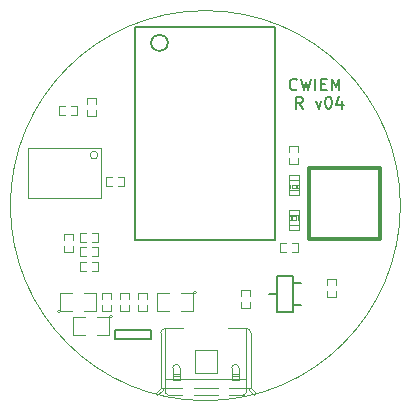
<source format=gto>
G04 (created by PCBNEW (2013-07-07 BZR 4022)-stable) date 4/12/2015 11:00:48 PM*
%MOIN*%
G04 Gerber Fmt 3.4, Leading zero omitted, Abs format*
%FSLAX34Y34*%
G01*
G70*
G90*
G04 APERTURE LIST*
%ADD10C,0.00590551*%
%ADD11C,0.006*%
%ADD12C,0.00393701*%
%ADD13C,0.0118*%
%ADD14C,0.005*%
%ADD15C,0.0039*%
%ADD16C,0.0028*%
%ADD17C,0.0026*%
%ADD18C,0.004*%
%ADD19C,0.002*%
%ADD20C,5.90551e-005*%
G04 APERTURE END LIST*
G54D10*
G54D11*
X81056Y-48120D02*
X81037Y-48139D01*
X80981Y-48158D01*
X80944Y-48158D01*
X80888Y-48139D01*
X80851Y-48102D01*
X80832Y-48065D01*
X80814Y-47990D01*
X80814Y-47934D01*
X80832Y-47860D01*
X80851Y-47823D01*
X80888Y-47786D01*
X80944Y-47767D01*
X80981Y-47767D01*
X81037Y-47786D01*
X81056Y-47804D01*
X81186Y-47767D02*
X81279Y-48158D01*
X81353Y-47879D01*
X81428Y-48158D01*
X81521Y-47767D01*
X81669Y-48158D02*
X81669Y-47767D01*
X81855Y-47953D02*
X81985Y-47953D01*
X82041Y-48158D02*
X81855Y-48158D01*
X81855Y-47767D01*
X82041Y-47767D01*
X82209Y-48158D02*
X82209Y-47767D01*
X82339Y-48046D01*
X82469Y-47767D01*
X82469Y-48158D01*
X81251Y-48764D02*
X81121Y-48578D01*
X81028Y-48764D02*
X81028Y-48374D01*
X81176Y-48374D01*
X81214Y-48392D01*
X81232Y-48411D01*
X81251Y-48448D01*
X81251Y-48504D01*
X81232Y-48541D01*
X81214Y-48560D01*
X81176Y-48578D01*
X81028Y-48578D01*
X81679Y-48504D02*
X81772Y-48764D01*
X81865Y-48504D01*
X82088Y-48374D02*
X82125Y-48374D01*
X82162Y-48392D01*
X82181Y-48411D01*
X82199Y-48448D01*
X82218Y-48523D01*
X82218Y-48616D01*
X82199Y-48690D01*
X82181Y-48727D01*
X82162Y-48746D01*
X82125Y-48764D01*
X82088Y-48764D01*
X82051Y-48746D01*
X82032Y-48727D01*
X82013Y-48690D01*
X81995Y-48616D01*
X81995Y-48523D01*
X82013Y-48448D01*
X82032Y-48411D01*
X82051Y-48392D01*
X82088Y-48374D01*
X82553Y-48504D02*
X82553Y-48764D01*
X82460Y-48355D02*
X82367Y-48634D01*
X82608Y-48634D01*
G54D12*
X84500Y-52000D02*
G75*
G03X84500Y-52000I-6500J0D01*
G74*
G01*
G54D13*
X81469Y-53106D02*
X81469Y-50744D01*
X81469Y-50744D02*
X83831Y-50744D01*
X83831Y-50744D02*
X83831Y-53106D01*
X83831Y-53106D02*
X81469Y-53106D01*
G54D14*
X76200Y-56450D02*
X75000Y-56450D01*
X75000Y-56450D02*
X75000Y-56150D01*
X75000Y-56150D02*
X76200Y-56150D01*
X76200Y-56150D02*
X76200Y-56450D01*
G54D15*
X77700Y-54900D02*
G75*
G03X77700Y-54900I-50J0D01*
G74*
G01*
X77200Y-54900D02*
X77600Y-54900D01*
X77600Y-54900D02*
X77600Y-55500D01*
X77600Y-55500D02*
X77200Y-55500D01*
X76800Y-55500D02*
X76400Y-55500D01*
X76400Y-55500D02*
X76400Y-54900D01*
X76400Y-54900D02*
X76800Y-54900D01*
X74900Y-55700D02*
G75*
G03X74900Y-55700I-50J0D01*
G74*
G01*
X74400Y-55700D02*
X74800Y-55700D01*
X74800Y-55700D02*
X74800Y-56300D01*
X74800Y-56300D02*
X74400Y-56300D01*
X74000Y-56300D02*
X73600Y-56300D01*
X73600Y-56300D02*
X73600Y-55700D01*
X73600Y-55700D02*
X74000Y-55700D01*
X73170Y-55515D02*
G75*
G03X73170Y-55515I-50J0D01*
G74*
G01*
X73570Y-55515D02*
X73170Y-55515D01*
X73170Y-55515D02*
X73170Y-54915D01*
X73170Y-54915D02*
X73570Y-54915D01*
X73970Y-54915D02*
X74370Y-54915D01*
X74370Y-54915D02*
X74370Y-55515D01*
X74370Y-55515D02*
X73970Y-55515D01*
G54D16*
X74214Y-53693D02*
X74414Y-53693D01*
X74414Y-53693D02*
X74414Y-53393D01*
X74414Y-53393D02*
X74214Y-53393D01*
X74014Y-53693D02*
X73814Y-53693D01*
X73814Y-53693D02*
X73814Y-53393D01*
X73814Y-53393D02*
X74014Y-53393D01*
X75450Y-55100D02*
X75450Y-54900D01*
X75450Y-54900D02*
X75150Y-54900D01*
X75150Y-54900D02*
X75150Y-55100D01*
X75450Y-55300D02*
X75450Y-55500D01*
X75450Y-55500D02*
X75150Y-55500D01*
X75150Y-55500D02*
X75150Y-55300D01*
X80900Y-53550D02*
X81100Y-53550D01*
X81100Y-53550D02*
X81100Y-53250D01*
X81100Y-53250D02*
X80900Y-53250D01*
X80700Y-53550D02*
X80500Y-53550D01*
X80500Y-53550D02*
X80500Y-53250D01*
X80500Y-53250D02*
X80700Y-53250D01*
X80800Y-50410D02*
X80800Y-50610D01*
X80800Y-50610D02*
X81100Y-50610D01*
X81100Y-50610D02*
X81100Y-50410D01*
X80800Y-50210D02*
X80800Y-50010D01*
X80800Y-50010D02*
X81100Y-50010D01*
X81100Y-50010D02*
X81100Y-50210D01*
X75750Y-55300D02*
X75750Y-55500D01*
X75750Y-55500D02*
X76050Y-55500D01*
X76050Y-55500D02*
X76050Y-55300D01*
X75750Y-55100D02*
X75750Y-54900D01*
X75750Y-54900D02*
X76050Y-54900D01*
X76050Y-54900D02*
X76050Y-55100D01*
X74550Y-55300D02*
X74550Y-55500D01*
X74550Y-55500D02*
X74850Y-55500D01*
X74850Y-55500D02*
X74850Y-55300D01*
X74550Y-55100D02*
X74550Y-54900D01*
X74550Y-54900D02*
X74850Y-54900D01*
X74850Y-54900D02*
X74850Y-55100D01*
X74014Y-52901D02*
X73814Y-52901D01*
X73814Y-52901D02*
X73814Y-53201D01*
X73814Y-53201D02*
X74014Y-53201D01*
X74214Y-52901D02*
X74414Y-52901D01*
X74414Y-52901D02*
X74414Y-53201D01*
X74414Y-53201D02*
X74214Y-53201D01*
X82350Y-54650D02*
X82350Y-54450D01*
X82350Y-54450D02*
X82050Y-54450D01*
X82050Y-54450D02*
X82050Y-54650D01*
X82350Y-54850D02*
X82350Y-55050D01*
X82350Y-55050D02*
X82050Y-55050D01*
X82050Y-55050D02*
X82050Y-54850D01*
G54D17*
X81127Y-51487D02*
X80773Y-51487D01*
X80773Y-51487D02*
X80773Y-51644D01*
X81127Y-51644D02*
X80773Y-51644D01*
X81127Y-51487D02*
X81127Y-51644D01*
X81127Y-50976D02*
X80773Y-50976D01*
X80773Y-50976D02*
X80773Y-51133D01*
X81127Y-51133D02*
X80773Y-51133D01*
X81127Y-50976D02*
X81127Y-51133D01*
X81127Y-51310D02*
X81068Y-51310D01*
X81068Y-51310D02*
X81068Y-51428D01*
X81127Y-51428D02*
X81068Y-51428D01*
X81127Y-51310D02*
X81127Y-51428D01*
X80832Y-51310D02*
X80773Y-51310D01*
X80773Y-51310D02*
X80773Y-51428D01*
X80832Y-51428D02*
X80773Y-51428D01*
X80832Y-51310D02*
X80832Y-51428D01*
X81009Y-51310D02*
X80891Y-51310D01*
X80891Y-51310D02*
X80891Y-51428D01*
X81009Y-51428D02*
X80891Y-51428D01*
X81009Y-51310D02*
X81009Y-51428D01*
G54D18*
X81107Y-51487D02*
X81107Y-51133D01*
X80793Y-51487D02*
X80793Y-51133D01*
G54D17*
X80783Y-52303D02*
X81137Y-52303D01*
X81137Y-52303D02*
X81137Y-52146D01*
X80783Y-52146D02*
X81137Y-52146D01*
X80783Y-52303D02*
X80783Y-52146D01*
X80783Y-52814D02*
X81137Y-52814D01*
X81137Y-52814D02*
X81137Y-52657D01*
X80783Y-52657D02*
X81137Y-52657D01*
X80783Y-52814D02*
X80783Y-52657D01*
X80783Y-52480D02*
X80842Y-52480D01*
X80842Y-52480D02*
X80842Y-52362D01*
X80783Y-52362D02*
X80842Y-52362D01*
X80783Y-52480D02*
X80783Y-52362D01*
X81078Y-52480D02*
X81137Y-52480D01*
X81137Y-52480D02*
X81137Y-52362D01*
X81078Y-52362D02*
X81137Y-52362D01*
X81078Y-52480D02*
X81078Y-52362D01*
X80901Y-52480D02*
X81019Y-52480D01*
X81019Y-52480D02*
X81019Y-52362D01*
X80901Y-52362D02*
X81019Y-52362D01*
X80901Y-52480D02*
X80901Y-52362D01*
G54D18*
X80803Y-52303D02*
X80803Y-52657D01*
X81117Y-52303D02*
X81117Y-52657D01*
G54D10*
X75662Y-46043D02*
X75662Y-53130D01*
X75662Y-53130D02*
X80308Y-53130D01*
X80308Y-46043D02*
X80308Y-53130D01*
X75662Y-46043D02*
X80308Y-46043D01*
X76748Y-46575D02*
G75*
G03X76748Y-46575I-278J0D01*
G74*
G01*
G54D19*
X79115Y-57412D02*
G75*
G03X78996Y-57293I-119J0D01*
G74*
G01*
X78996Y-57294D02*
G75*
G03X78878Y-57412I0J-118D01*
G74*
G01*
X77147Y-57412D02*
G75*
G03X77028Y-57293I-119J0D01*
G74*
G01*
X77028Y-57294D02*
G75*
G03X76910Y-57412I0J-118D01*
G74*
G01*
X79114Y-57825D02*
X79114Y-57412D01*
X78878Y-57825D02*
X78878Y-57412D01*
X77146Y-57825D02*
X77146Y-57412D01*
X76910Y-57825D02*
X76910Y-57412D01*
X78878Y-57628D02*
X79114Y-57628D01*
X76910Y-57628D02*
X77146Y-57628D01*
X78878Y-57667D02*
X79114Y-57667D01*
X76910Y-57667D02*
X77146Y-57667D01*
X78878Y-57825D02*
X79114Y-57825D01*
X76910Y-57825D02*
X77146Y-57825D01*
X79626Y-58317D02*
X79685Y-58258D01*
X79626Y-58317D02*
X79449Y-58140D01*
X79449Y-58140D02*
X79449Y-58081D01*
X76339Y-58258D02*
X76398Y-58317D01*
X76398Y-58317D02*
X76575Y-58140D01*
X76575Y-58140D02*
X76575Y-58081D01*
X79508Y-58081D02*
X79685Y-58258D01*
X76516Y-58081D02*
X76339Y-58258D01*
X78799Y-58081D02*
X79508Y-58081D01*
X77618Y-58081D02*
X78406Y-58081D01*
X76516Y-58081D02*
X77225Y-58081D01*
X76654Y-58199D02*
G75*
G03X76752Y-58297I98J0D01*
G74*
G01*
X79272Y-58297D02*
G75*
G03X79370Y-58199I0J98D01*
G74*
G01*
X78799Y-58297D02*
X79272Y-58297D01*
X77618Y-58297D02*
X78406Y-58297D01*
X76752Y-58297D02*
X77225Y-58297D01*
X79370Y-57766D02*
X79370Y-58199D01*
X76654Y-57766D02*
X76654Y-58199D01*
X76516Y-56230D02*
X76516Y-58081D01*
X79508Y-56230D02*
X79508Y-58081D01*
X76654Y-56092D02*
G75*
G03X76516Y-56230I0J-138D01*
G74*
G01*
X79507Y-56230D02*
G75*
G03X79370Y-56093I-137J0D01*
G74*
G01*
G54D15*
X76654Y-56093D02*
X77264Y-56093D01*
X79370Y-56093D02*
X78760Y-56093D01*
X76654Y-57766D02*
X76654Y-56093D01*
X79370Y-57766D02*
X79370Y-56093D01*
X76654Y-57766D02*
X79370Y-57766D01*
G54D19*
X77638Y-56821D02*
X78386Y-56821D01*
X78386Y-56821D02*
X78386Y-57569D01*
X78386Y-57569D02*
X77638Y-57569D01*
X77638Y-57569D02*
X77638Y-56821D01*
G54D16*
X74214Y-54185D02*
X74414Y-54185D01*
X74414Y-54185D02*
X74414Y-53885D01*
X74414Y-53885D02*
X74214Y-53885D01*
X74014Y-54185D02*
X73814Y-54185D01*
X73814Y-54185D02*
X73814Y-53885D01*
X73814Y-53885D02*
X74014Y-53885D01*
X79480Y-55018D02*
X79480Y-54818D01*
X79480Y-54818D02*
X79180Y-54818D01*
X79180Y-54818D02*
X79180Y-55018D01*
X79480Y-55218D02*
X79480Y-55418D01*
X79480Y-55418D02*
X79180Y-55418D01*
X79180Y-55418D02*
X79180Y-55218D01*
G54D14*
X80925Y-54575D02*
X81185Y-54575D01*
X80925Y-55325D02*
X81185Y-55325D01*
X80375Y-54950D02*
X80115Y-54950D01*
X80375Y-55540D02*
X80375Y-54360D01*
X80375Y-54360D02*
X80925Y-54360D01*
X80925Y-54360D02*
X80925Y-55540D01*
X80925Y-55540D02*
X80375Y-55540D01*
G54D16*
X73525Y-48968D02*
X73725Y-48968D01*
X73725Y-48968D02*
X73725Y-48668D01*
X73725Y-48668D02*
X73525Y-48668D01*
X73325Y-48968D02*
X73125Y-48968D01*
X73125Y-48968D02*
X73125Y-48668D01*
X73125Y-48668D02*
X73325Y-48668D01*
X74362Y-48620D02*
X74362Y-48420D01*
X74362Y-48420D02*
X74062Y-48420D01*
X74062Y-48420D02*
X74062Y-48620D01*
X74362Y-48820D02*
X74362Y-49020D01*
X74362Y-49020D02*
X74062Y-49020D01*
X74062Y-49020D02*
X74062Y-48820D01*
X73275Y-53348D02*
X73275Y-53548D01*
X73275Y-53548D02*
X73575Y-53548D01*
X73575Y-53548D02*
X73575Y-53348D01*
X73275Y-53148D02*
X73275Y-52948D01*
X73275Y-52948D02*
X73575Y-52948D01*
X73575Y-52948D02*
X73575Y-53148D01*
X74900Y-51031D02*
X74700Y-51031D01*
X74700Y-51031D02*
X74700Y-51331D01*
X74700Y-51331D02*
X74900Y-51331D01*
X75100Y-51031D02*
X75300Y-51031D01*
X75300Y-51031D02*
X75300Y-51331D01*
X75300Y-51331D02*
X75100Y-51331D01*
G54D20*
X74413Y-50318D02*
G75*
G03X74413Y-50318I-126J0D01*
G74*
G01*
X74311Y-50078D02*
X74507Y-50078D01*
X74507Y-50078D02*
X74507Y-51751D01*
X74507Y-51751D02*
X72086Y-51751D01*
X72086Y-51751D02*
X72086Y-50078D01*
X72086Y-50078D02*
X74330Y-50078D01*
M02*

</source>
